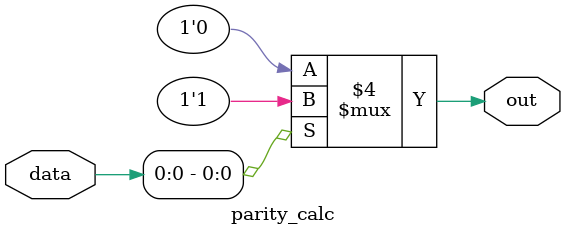
<source format=sv>
`timescale 1ns / 1ps


module parity_calc(
    input logic [3:0]data,
    output logic out
        );
    always_comb
        if(data[0] == 1)
            out = 1;
        else
            out = 0;
endmodule

</source>
